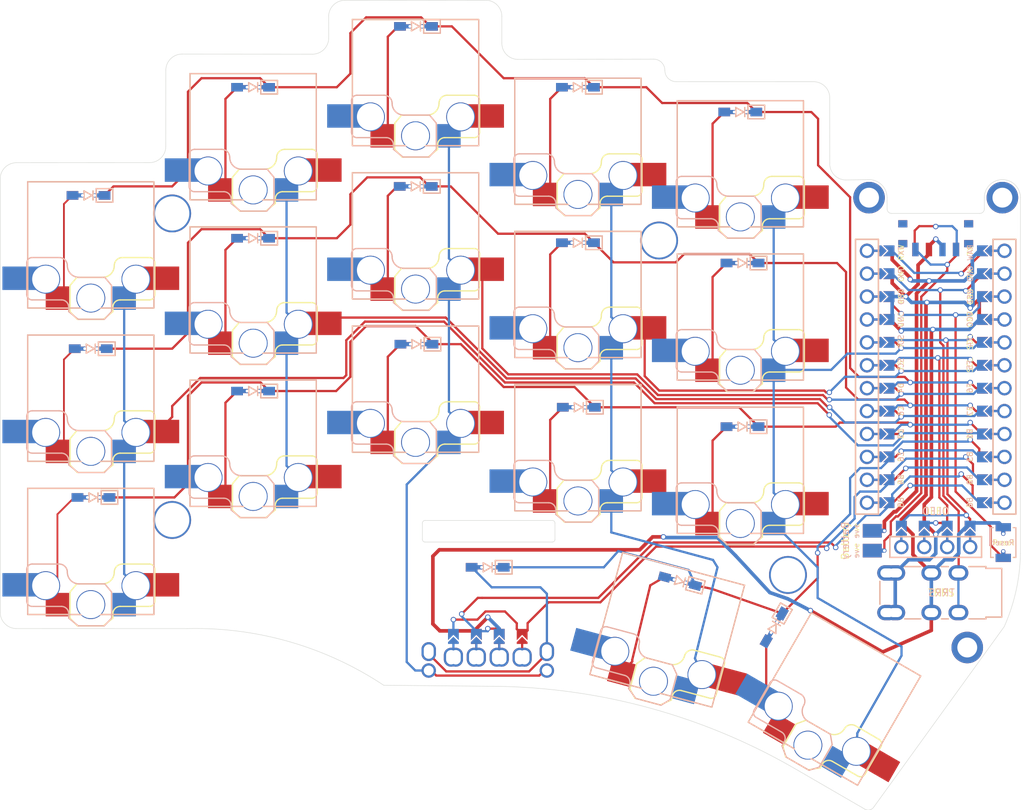
<source format=kicad_pcb>
(kicad_pcb (version 20221018) (generator pcbnew)
  (title_block (title "ferris_sweep") (date "2023-08-12") (rev "0.1") (comment 1 "https://github.com/richardbendli/ferris_sweep_tweaked"))
  (layers (0 "F.Cu" signal) (31 "B.Cu" signal) (34 "B.Paste" user) (35 "F.Paste" user) (36 "B.SilkS" user "B.Silkscreen") (37 "F.SilkS" user "F.Silkscreen") (38 "B.Mask" user) (39 "F.Mask" user) (44 "Edge.Cuts" user))
  (net 0 "")
  (net 1 "raw")
  (net 2 "Net-(BT1-Pad2)")
  (net 3 "row0")
  (net 4 "GND")
  (net 5 "VCC")
  (net 6 "Net-(D2-A)")
  (net 7 "Net-(D3-A)")
  (net 8 "Net-(D4-A)")
  (net 9 "Net-(D5-A)")
  (net 10 "row1")
  (net 11 "Net-(D7-A)")
  (net 12 "data")
  (net 13 "reset")
  (net 14 "Net-(D8-A)")
  (net 15 "Net-(D9-A)")
  (net 16 "Net-(D10-A)")
  (net 17 "row2")
  (net 18 "Net-(D12-A)")
  (net 19 "Net-(D13-A)")
  (net 20 "Net-(D14-A)")
  (net 21 "Net-(D15-A)")
  (net 22 "Net-(D16-A)")
  (net 23 "row3")
  (net 24 "Net-(D17-A)")
  (net 25 "er0")
  (net 26 "col2")
  (net 27 "edb")
  (net 28 "eda")
  (net 29 "led")
  (net 30 "sda")
  (net 31 "sla")
  (net 32 "col0")
  (net 33 "col1")
  (net 34 "col3")
  (net 35 "col4")
  (net 36 "unconnected-(PSW1-C-Pad3)")
  (net 37 "unconnected-(U1-B6-Pad13)")
  (net 38 "unconnected-(U1-B2-Pad14)")
  (net 39 "unconnected-(U1-B3-Pad15)")
  (net 40 "Net-(D11-A)")
  (net 41 "Net-(D6-A)")
  (net 42 "Net-(D1-A)")
  (footprint "arkenswoop:M2_hole_4.2mm" (layer "F.Cu") (at 134.228545 86.75)
    (fp_text reference "H3" hide)
    (fp_text value "M2 Hole")
  )
  (footprint "arkenswoop:D3_SMD" (layer "F.Cu") (at 107.275 63 180)
    (fp_text reference "D3" hide)
    (fp_text value " 1N4148W" hide)
  )
  (footprint "arkenswoop:Kailh-pg1350-socket-reversible" (layer "F.Cu") (at 107.229546 103.239471)
    (fp_text reference "SW13" hide)
    (fp_text value "Choc" hide)
  )
  (footprint "arkenswoop:RollerEncoder" (layer "F.Cu") (at 115.235509 127.600624)
    (fp_text reference "EN2")
    (fp_text value "EVQWGD001" hide)
    (fp_line (start -7.248 -7.7) (end -7.248 -9.5) (stroke (width 0.05)) (layer "Edge.Cuts"))
    (fp_line (start -6.952 -7.4) (end 7.148 -7.4) (stroke (width 0.05)) (layer "Edge.Cuts"))
    (fp_line (start 7.148 -9.8) (end -6.948 -9.8) (stroke (width 0.05)) (layer "Edge.Cuts"))
    (fp_line (start 7.448 -7.7) (end 7.448 -9.5) (stroke (width 0.05)) (layer "Edge.Cuts"))
    (fp_arc (start -7.248 -9.5) (mid -7.160132 -9.712132) (end -6.948 -9.8) (stroke (width 0.05)) (layer "Edge.Cuts"))
    (fp_arc (start -6.948 -7.4) (mid -7.160132 -7.487868) (end -7.248 -7.7) (stroke (width 0.05)) (layer "Edge.Cuts"))
    (fp_arc (start 7.148 -9.8) (mid 7.360132 -9.712132) (end 7.448 -9.5) (stroke (width 0.05)) (layer "Edge.Cuts"))
    (fp_arc (start 7.448 -7.7) (mid 7.360132 -7.487868) (end 7.148 -7.4) (stroke (width 0.05)) (layer "Edge.Cuts"))
  )
  (footprint "arkenswoop:M2_hole_4.2mm" (layer "F.Cu") (at 80.25 83.75)
    (fp_text reference "H1" hide)
    (fp_text value "M2 Hole")
  )
  (footprint "arkenswoop:D3_SMD" (layer "F.Cu") (at 71.225 98.75 180)
    (fp_text reference "D6" hide)
    (fp_text value " 1N4148W" hide)
  )
  (footprint "arkenswoop:Kailh-pg1350-socket-reversible" (layer "F.Cu") (at 153.66651 137.618092 -30)
    (fp_text reference "SW17" hide)
    (fp_text value "Choc" hide)
  )
  (footprint "arkenswoop:Reset" (layer "F.Cu") (at 172.380034 120.252819 90)
    (fp_text reference "RSW1" hide)
    (fp_text value "Reset")
  )
  (footprint "arkenswoop:D3_SMD" (layer "F.Cu") (at 70.975 81.75 180)
    (fp_text reference "D1" hide)
    (fp_text value " 1N4148W" hide)
  )
  (footprint "arkenswoop:Power" (layer "F.Cu") (at 164.890258 86.000219 180)
    (fp_text reference "PSW1" hide)
    (fp_text value "Power")
  )
  (footprint "arkenswoop:Kailh-pg1350-socket-reversible" (layer "F.Cu") (at 71.229542 121.239972)
    (fp_text reference "SW11" hide)
    (fp_text value "Choc" hide)
  )
  (footprint "arkenswoop:D3_SMD" (layer "F.Cu") (at 143.475 107.4 180)
    (fp_text reference "D15" hide)
    (fp_text value " 1N4148W" hide)
  )
  (footprint "arkenswoop:M2_hole_3.5mm" (layer "F.Cu") (at 172.281378 81.999725)
    (fp_text reference "Ref**" hide)
    (fp_text value "Val**" hide)
  )
  (footprint "arkenswoop:Kailh-pg1350-socket-reversible" (layer "F.Cu") (at 125.228544 92.73947)
    (fp_text reference "SW9" hide)
    (fp_text value "Choc" hide)
  )
  (footprint "arkenswoop:D3_SMD" (layer "F.Cu") (at 125.225 69.75 180)
    (fp_text reference "D4" hide)
    (fp_text value " 1N4148W" hide)
  )
  (footprint "arkenswoop:D3_SMD" (layer "F.Cu") (at 107.25 80.75 180)
    (fp_text reference "D8" hide)
    (fp_text value " 1N4148W" hide)
  )
  (footprint "arkenswoop:D3_SMD" (layer "F.Cu") (at 125.225 87 180)
    (fp_text reference "D9" hide)
    (fp_text value " 1N4148W" hide)
  )
  (footprint "arkenswoop:M2_hole_3.5mm" (layer "F.Cu") (at 157.500056 82.000182)
    (fp_text reference "Ref**" hide)
    (fp_text value "Val**" hide)
  )
  (footprint "arkenswoop:D3_SMD" (layer "F.Cu") (at 143.225 72.5 180)
    (fp_text reference "D5" hide)
    (fp_text value " 1N4148W" hide)
  )
  (footprint "arkenswoop:Kailh-pg1350-socket-reversible" (layer "F.Cu") (at 143.229546 95.239475)
    (fp_text reference "SW10" hide)
    (fp_text value "Choc" hide)
  )
  (footprint "arkenswoop:ProMicro_jumpers" (layer "F.Cu") (at 164.890259 101.863222)
    (fp_text reference "U1" hide)
    (fp_text value "ProMicro")
  )
  (footprint "arkenswoop:Kailh-pg1350-socket-reversible" (layer "F.Cu") (at 71.229542 87.239972)
    (fp_text reference "SW1" hide)
    (fp_text value "Choc" hide)
  )
  (footprint "arkenswoop:D3_SMD" (layer "F.Cu") (at 71.525 115.25 180)
    (fp_text reference "D11" hide)
    (fp_text value " 1N4148W" hide)
  )
  (footprint "arkenswoop:Kailh-pg1350-socket-reversible" (layer "F.Cu") (at 89.229547 109.239974)
    (fp_text reference "SW12" hide)
    (fp_text value "Choc" hide)
  )
  (footprint "arkenswoop:TRRS-3pin" (layer "F.Cu") (at 170.604707 125.82492 -90)
    (fp_text reference "J1")
    (fp_text value "TRRS" hide)
  )
  (footprint "arkenswoop:Kailh-pg1350-socket-reversible" (layer "F.Cu") (at 107.229543 69.239473)
    (fp_text reference "SW3" hide)
    (fp_text value "Choc" hide)
  )
  (footprint "arkenswoop:Kailh-pg1350-socket-reversible" (layer "F.Cu") (at 143.229546 78.239472)
    (fp_text reference "SW5" hide)
    (fp_text value "Choc" hide)
  )
  (footprint "arkenswoop:Kailh-pg1350-socket-reversible" (layer "F.Cu") (at 71.229542 104.239972)
    (fp_text reference "SW6" hide)
    (fp_text value "Choc" hide)
  )
  (footprint "arkenswoop:M2_hole_3.5mm" (layer "F.Cu") (at 168.386407 131.897959)
    (fp_text reference "Ref**" hide)
    (fp_text value "Val**" hide)
  )
  (footprint "arkenswoop:OLED_jumpers" (layer "F.Cu") (at 161.080438 120.752911)
    (fp_text reference "O1" hide)
    (fp_text value "OLED")
  )
  (footprint "arkenswoop:Kailh-pg1350-socket-reversible" (layer "F.Cu") (at 125.228544 109.739471)
    (fp_text reference "SW14" hide)
    (fp_text value "Choc" hide)
  )
  (footprint "arkenswoop:D3_SMD" (layer "F.Cu") (at 125.3254 105.25 180)
    (fp_text reference "D14" hide)
    (fp_text value " 1N4148W" hide)
  )
  (footprint "arkenswoop:D3_SMD" (layer "F.Cu") (at 115.225 123 180)
    (fp_text reference "ED1" hide)
    (fp_text value " 1N4148W" hide)
  )
  (footprint "arkenswoop:Kailh-pg1350-socket-reversible" (layer "F.Cu") (at 89.229547 92.239968)
    (fp_text reference "SW7" hide)
    (fp_text value "Choc" hide)
  )
  (footprint "arkenswoop:Kailh-pg1350-socket-reversible" (layer "F.Cu") (at 125.228547 75.739475)
    (fp_text reference "SW4" hide)
    (fp_text value "Choc" hide)
  )
  (footprint "arkenswoop:D3_SMD" (layer "F.Cu") (at 89.225 86.5 180)
    (fp_text reference "D7" hide)
    (fp_text value " 1N4148W" hide)
  )
  (footprint "arkenswoop:D3_SMD" (layer "F.Cu") (at 89.225 103.45 180)
    (fp_text reference "D12" hide)
    (fp_text value " 1N4148W" hide)
  )
  (footprint "arkenswoop:M2_hole_4.2mm" (layer "F.Cu") (at 80.25 117.75)
    (fp_text reference "H2" hide)
    (fp_text value "M2 Hole")
  )
  (footprint "arkenswoop:Kailh-pg1350-socket-reversible" (layer "F.Cu") (at 135.128587 129.939172 -15)
    (fp_text reference "SW16" hide)
    (fp_text value "Choc" hide)
  )
  (footprint "arkenswoop:Kailh-pg1350-socket-reversible" (layer "F.Cu") (at 107.229546 86.23947)
    (fp_text reference "SW8" hide)
    (fp_text value "Choc" hide)
  )
  (footprint "arkenswoop:D3_SMD" (layer "F.Cu") (at 107.3254 98.25 180)
    (fp_text reference "D13" hide)
    (fp_text value " 1N4148W" hide)
  )
  (footprint "arkenswoop:Battery_pads_reversible" (layer "F.Cu") (at 157.857431 120.051406 -90)
    (fp_text reference "BT1" hide)
    (fp_text value "Battery")
  )
  (footprint "arkenswoop:M2_hole_4.2mm" (layer "F.Cu") (at 148.510701 123.849903)
    (fp_text reference "H4" hide)
    (fp_text value "M2 Hole")
  )
  (footprint "arkenswoop:D3_SMD" (layer "F.Cu") (at 89.225 69.75 180)
    (fp_text reference "D2" hide)
    (fp_text value " 1N4148W" hide)
  )
  (footprint "arkenswoop:D3_SMD" (layer "F.Cu") (at 146.9875 129.662805 -120)
    (fp_text reference "D17" hide)
    (fp_text value " 1N4148W" hide)
  )
  (footprint "arkenswoop:D3_SMD" (layer "F.Cu") (at 136.535482 124.540596 165)
    (fp_text reference "D16" hide)
    (fp_text value " 1N4148W" hide)
  )
  (footprint "arkenswoop:Kailh-pg1350-socket-reversible" (layer "F.Cu") (at 143.229549 112.239469)
    (fp_text reference "SW15" hide)
    (fp_text value "Choc" hide)
  )
  (footprint "arkenswoop:D3_SMD" (layer "F.Cu") (at 143.475 89.25 180)
    (fp_text reference "D10" hide)
    (fp_text value " 1N4148W" hide)
  )
  (footprint "arkenswoop:Kailh-pg1350-socket-reversible" (layer "F.Cu") (at 89.229545 75.239973)
    (fp_text reference "SW2" hide)
    (fp_text value "Choc" hide)
  )
  (gr_line (start 61.188833 79.86901) (end 61.188833 127.991349) (stroke (width 0.05)) (layer "Edge.Cuts"))
  (gr_line (start 153.15 78.15) (end 153.145111 70.933883) (stroke (width 0.05)) (layer "Edge.Cuts"))
  (gr_line (start 174.281315 81.999689) (end 174.281568 121.466832) (stroke (width 0.05)) (layer "Edge.Cuts"))
  (gr_arc (start 172.281326 79.999547) (mid 173.695547 80.585425) (end 174.281315 81.999689) (stroke (width 0.05)) (layer "Edge.Cuts"))
  (gr_line (start 133.616117 66.633883) (end 118.540222 66.661837) (stroke (width 0.05)) (layer "Edge.Cuts"))
  (gr_line (start 116.795111 61.894135) (end 116.795111 64.867702) (stroke (width 0.05)) (layer "Edge.Cuts"))
  (gr_line (start 115.05 60.1) (end 99.389516 60.11343) (stroke (width 0.05)) (layer "Edge.Cuts"))
  (gr_arc (start 133.616117 66.633883) (mid 134.5 67) (end 134.866117 67.883883) (stroke (width 0.05)) (layer "Edge.Cuts"))
  (gr_arc (start 136.116117 69.133883) (mid 135.232234 68.767766) (end 134.866117 67.883883) (stroke (width 0.05)) (layer "Edge.Cuts"))
  (gr_line (start 79.547715 67.826168) (end 79.543548 76.357158) (stroke (width 0.05)) (layer "Edge.Cuts"))
  (gr_arc (start 97.595381 61.858541) (mid 98.138076 60.621651) (end 99.389516 60.11343) (stroke (width 0.05)) (layer "Edge.Cuts"))
  (gr_arc (start 170.281014 83.249463) (mid 170.134575 83.603043) (end 169.781008 83.749464) (stroke (width 0.05)) (layer "Edge.Cuts"))
  (gr_line (start 115.235769 136.194832) (end 103.694979 136.082549) (stroke (width 0.05)) (layer "Edge.Cuts"))
  (gr_line (start 77.745029 78.114927) (end 62.983651 78.123526) (stroke (width 0.05)) (layer "Edge.Cuts"))
  (gr_line (start 170.281014 83.249463) (end 170.28119 81.999538) (stroke (width 0.05)) (layer "Edge.Cuts"))
  (gr_line (start 81.9 129.8) (end 62.944009 129.795833) (stroke (width 0.05)) (layer "Edge.Cuts"))
  (gr_line (start 157.030886 149.825076) (end 149.229607 145.303912) (stroke (width 0.05)) (layer "Edge.Cuts"))
  (gr_arc (start 115.05 60.1) (mid 116.286898 60.642691) (end 116.795111 61.894135) (stroke (width 0.05)) (layer "Edge.Cuts"))
  (gr_line (start 154.887029 80.037186) (end 157.5 80) (stroke (width 0.05)) (layer "Edge.Cuts"))
  (gr_arc (start 157.5 80) (mid 158.914216 80.585869) (end 159.499984 82.000133) (stroke (width 0.05)) (layer "Edge.Cuts"))
  (gr_arc (start 151.4 69.139748) (mid 152.63689 69.682443) (end 153.145111 70.933883) (stroke (width 0.05)) (layer "Edge.Cuts"))
  (gr_arc (start 174.281567 121.466832) (mid 173.789865 125.619716) (end 172.48064 129.591384) (stroke (width 0.05)) (layer "Edge.Cuts"))
  (gr_line (start 151.4 69.139748) (end 136.116117 69.133883) (stroke (width 0.05)) (layer "Edge.Cuts"))
  (gr_arc (start 79.543548 76.357158) (mid 79.000006 77.600024) (end 77.745029 78.114927) (stroke (width 0.05)) (layer "Edge.Cuts"))
  (gr_arc (start 115.235769 136.194832) (mid 132.832334 138.511576) (end 149.229607 145.303912) (stroke (width 0.05)) (layer "Edge.Cuts"))
  (gr_line (start 159.499984 82.000133) (end 159.500165 83.250065) (stroke (width 0.05)) (layer "Edge.Cuts"))
  (gr_arc (start 158.055405 149.550557) (mid 157.600001 149.900002) (end 157.030886 149.825076) (stroke (width 0.05)) (layer "Edge.Cuts"))
  (gr_arc (start 160.000164 83.750068) (mid 159.646629 83.603612) (end 159.500165 83.250065) (stroke (width 0.05)) (layer "Edge.Cuts"))
  (gr_arc (start 61.188834 79.86901) (mid 61.73183 78.631838) (end 62.983651 78.123526) (stroke (width 0.05)) (layer "Edge.Cuts"))
  (gr_arc (start 81.9 129.8) (mid 93.2811 131.263566) (end 103.694979 136.082549) (stroke (width 0.05)) (layer "Edge.Cuts"))
  (gr_arc (start 170.28119 81.999538) (mid 170.867035 80.585273) (end 172.281326 79.999547) (stroke (width 0.05)) (layer "Edge.Cuts"))
  (gr_arc (start 97.6 64.338143) (mid 97.057294 65.575) (end 95.805865 66.083254) (stroke (width 0.05)) (layer "Edge.Cuts"))
  (gr_line (start 97.595381 61.858541) (end 97.6 64.338143) (stroke (width 0.05)) (layer "Edge.Cuts"))
  (gr_line (start 158.055405 149.550557) (end 172.48064 129.591384) (stroke (width 0.05)) (layer "Edge.Cuts"))
  (gr_arc (start 118.540222 66.661837) (mid 117.303351 66.119136) (end 116.795111 64.867702) (stroke (width 0.05)) (layer "Edge.Cuts"))
  (gr_line (start 95.805865 66.083254) (end 81.352199 66.070992) (stroke (width 0.05)) (layer "Edge.Cuts"))
  (gr_arc (start 154.887029 80.037186) (mid 153.620088 79.460331) (end 153.15 78.15) (stroke (width 0.05)) (layer "Edge.Cuts"))
  (gr_arc (start 62.944009 129.795833) (mid 61.7 129.25) (end 61.188833 127.991349) (stroke (width 0.05)) (layer "Edge.Cuts"))
  (gr_line (start 160.000164 83.750068) (end 169.781008 83.749464) (stroke (width 0.05)) (layer "Edge.Cuts"))
  (gr_arc (start 79.547715 67.826168) (mid 80.093555 66.582164) (end 81.352199 66.070992) (stroke (width 0.05)) (layer "Edge.Cuts"))
  (segment (start 162.763772 114.548714) (end 160.479742 116.83274) (width 0.4) (layer "F.Cu") (net 1))
  (segment (start 164.150941 91.234385) (end 162.763773 92.621556) (width 0.4) (layer "F.Cu") (net 1))
  (segment (start 164.150941 91.232744) (end 164.150941 91.234385) (width 0.4) (layer "F.Cu") (net 1))
  (segment (start 160.479742 116.83274) (end 160.273087 116.832745) (width 0.4) (layer "F.Cu") (net 1))
  (segment (start 160.064268 88.888668) (end 160.064268 87.893222) (width 0.4) (layer "F.Cu") (net 1))
  (segment (start 162.06426 90.88866) (end 160.064268 88.888668) (width 0.4) (layer "F.Cu") (net 1))
  (segment (start 164.150941 91.234391) (end 164.150941 91.232744) (width 0.4) (layer "F.Cu") (net 1))
  (segment (start 162.763773 92.621556) (end 162.763772 114.548714) (width 0.4) (layer "F.Cu") (net 1))
  (segment (start 160.273087 116.832745) (end 159.19903 117.9068) (width 0.4) (layer "F.Cu") (net 1))
  (segment (start 159.19903 117.9068) (end 159.199032 118.951007) (width 0.4) (layer "F.Cu") (net 1))
  (segment (start 162.06426 91.068224) (end 162.06426 90.88866) (width 0.4) (layer "F.Cu") (net 1))
  (via (at 162.06426 91.068224) (size 0.6) (drill 0.4) (layers "F.Cu" "B.Cu") (net 1))
  (via (at 164.150941 91.232744) (size 0.6) (drill 0.4) (layers "F.Cu" "B.Cu") (net 1))
  (segment (start 164.150941 91.232744) (end 162.228778 91.232745) (width 0.4) (layer "B.Cu") (net 1))
  (segment (start 162.228778 91.232745) (end 162.06426 91.068224) (width 0.4) (layer "B.Cu") (net 1))
  (segment (start 168.950164 88.659323) (end 169.716269 87.89322) (width 0.4) (layer "B.Cu") (net 1))
  (segment (start 168.950158 90.335064) (end 168.950164 88.659323) (width 0.4) (layer "B.Cu") (net 1))
  (segment (start 168.052499 91.232736) (end 168.950158 90.335064) (width 0.4) (layer "B.Cu") (net 1))
  (segment (start 168.052499 91.232736) (end 164.150941 91.232744) (width 0.4) (layer "B.Cu") (net 1))
  (segment (start 159.911517 119.346343) (end 159.199032 120.058829) (width 0.25) (layer "F.Cu") (net 2))
  (segment (start 160.493142 117.357269) (end 160.490348 117.357269) (width 0.25) (layer "F.Cu") (net 2))
  (segment (start 163.288291 92.991392) (end 163.288292 114.765975) (width 0.25) (layer "F.Cu") (net 2))
  (segment (start 166.17043 89.423077) (end 166.17043 90.109252) (width 0.25) (layer "F.Cu") (net 2))
  (segment (start 160.490348 117.357269) (end 159.911517 117.9361) (width 0.25) (layer "F.Cu") (net 2))
  (segment (start 160.493142 117.35726) (end 160.493142 117.357269) (width 0.25) (layer "F.Cu") (net 2))
  (segment (start 159.911517 117.9361) (end 159.911517 119.346343) (width 0.25) (layer "F.Cu") (net 2))
  (segment (start 166.17043 90.109252) (end 163.288291 92.991392) (width 0.25) (layer "F.Cu") (net 2))
  (segment (start 160.69701 117.357261) (end 160.493142 117.35726) (width 0.25) (layer "F.Cu") (net 2))
  (segment (start 159.199032 120.058829) (end 159.19903 121.151406) (width 0.25) (layer "F.Cu") (net 2))
  (segment (start 167.148746 88.444757) (end 166.17043 89.423077) (width 0.25) (layer "F.Cu") (net 2))
  (segment (start 163.288292 114.765975) (end 160.69701 117.357261) (width 0.25) (layer "F.Cu") (net 2))
  (segment (start 167.148744 87.750031) (end 167.148746 88.444757) (width 0.25) (layer "F.Cu") (net 2))
  (via (at 166.17043 89.423077) (size 0.6) (drill 0.4) (layers "F.Cu" "B.Cu") (net 2))
  (segment (start 164.321777 89.423066) (end 166.17043 89.423077) (width 0.25) (layer "B.Cu") (net 2))
  (segment (start 162.648739 87.750031) (end 164.321777 89.423066) (width 0.25) (layer "B.Cu") (net 2))
  (segment (start 151.85 73.25) (end 151.85 78.4) (width 0.25) (layer "F.Cu") (net 3))
  (segment (start 91 69.75) (end 98.5 69.75) (width 0.25) (layer "F.Cu") (net 3))
  (segment (start 83.5 68.75) (end 90 68.75) (width 0.25) (layer "F.Cu") (net 3))
  (segment (start 126 68.75) (end 127 69.75) (width 0.25) (layer "F.Cu") (net 3))
  (segment (start 169.351266 103.133227) (end 168.716265 102.49822) (width 0.25) (layer "F.Cu") (net 3))
  (segment (start 82 70.25) (end 83.5 68.75) (width 0.25) (layer "F.Cu") (net 3))
  (segment (start 100 68.25) (end 100 63.75) (width 0.25) (layer "F.Cu") (net 3))
  (segment (start 152.925285 79.475285) (end 155.4 81.95) (width 0.25) (layer "F.Cu") (net 3))
  (segment (start 111.25 63) (end 117 68.75) (width 0.25) (layer "F.Cu") (net 3))
  (segment (start 90 68.75) (end 91 69.75) (width 0.25) (layer "F.Cu") (net 3))
  (segment (start 161.444359 101.87831) (end 162.064272 102.498223) (width 0.25) (layer "F.Cu") (net 3))
  (segment (start 156.37831 101.87831) (end 161.444359 101.87831) (width 0.25) (layer "F.Cu") (net 3))
  (segment (start 117 68.75) (end 126 68.75) (width 0.25) (layer "F.Cu") (net 3))
  (segment (start 72.75 81.75) (end 73.75 80.75) (width 0.25) (layer "F.Cu") (net 3))
  (segment (start 108.8504 63) (end 111.25 63) (width 0.25) (layer "F.Cu") (net 3))
  (segment (start 107.8504 62) (end 108.8504 63) (width 0.25) (layer "F.Cu") (net 3))
  (segment (start 155.4 81.95) (end 155.4 100.9) (width 0.25) (layer "F.Cu") (net 3))
  (segment (start 145 72.5) (end 151.1 72.5) (width 0.25) (layer "F.Cu") (net 3))
  (segment (start 134.561957 71.5) (end 144 71.5) (width 0.25) (layer "F.Cu") (net 3))
  (segment (start 144 71.5) (end 145 72.5) (width 0.25) (layer "F.Cu") (net 3))
  (segment (start 100 63.75) (end 101.75 62) (width 0.25) (layer "F.Cu") (net 3))
  (segment (start 101.75 62) (end 107.8504 62) (width 0.25) (layer "F.Cu") (net 3))
  (segment (start 132.811957 69.75) (end 134.561957 71.5) (width 0.25) (layer "F.Cu") (net 3))
  (segment (start 80.25 80.75) (end 82 79) (width 0.25) (layer "F.Cu") (net 3))
  (segment (start 155.4 100.9) (end 156.37831 101.87831) (width 0.25) (layer "F.Cu") (net 3))
  (segment (start 73.75 80.75) (end 80.25 80.75) (width 0.25) (layer "F.Cu") (net 3))
  (segment (start 169.716266 103.133229) (end 169.351266 103.133227) (width 0.25) (layer "F.Cu") (net 3))
  (segment (start 82 79) (end 82 70.25) (width 0.25) (layer "F.Cu") (net 3))
  (segment (start 127 69.75) (end 132.811957 69.75) (width 0.25) (layer "F.Cu") (net 3))
  (segment (start 151.1 72.5) (end 151.85 73.25) (width 0.25) (layer "F.Cu") (net 3))
  (segment (start 98.5 69.75) (end 100 68.25) (width 0.25) (layer "F.Cu") (net 3))
  (segment (start 151.85 78.4) (end 152.925285 79.475285) (width 0.25) (layer "F.Cu") (net 3))
  (via (at 168.716265 102.49822) (size 0.6) (drill 0.4) (layers "F.Cu" "B.Cu") (net 3))
  (via (at 162.064272 102.498223) (size 0.6) (drill 0.4) (layers "F.Cu" "B.Cu") (net 3))
  (segment (start 168.716265 102.49822) (end 160.699259 102.498224) (width 0.25) (layer "B.Cu") (net 3))
  (segment (start 160.699259 102.498224) (end 160.064263 103.133227) (width 0.25) (layer "B.Cu") (net 3))
  (segment (start 169.716268 92.97322) (end 169.716261 95.51322) (width 0.4) (layer "F.Cu") (net 4))
  (segment (start 164.148749 88.254755) (end 162.93543 89.468066) (width 0.4) (layer "F.Cu") (net 4))
  (segment (start 133.512038 119.6255) (end 132.077538 121.06) (width 0.4) (layer "F.Cu") (net 4))
  (segment (start 132.077538 121.06) (end 109.86 121.06) (width 0.4) (layer "F.Cu") (net 4))
  (segment (start 164.148744 87.350041) (end 164.898752 86.60004) (width 0.4) (layer "F.Cu") (net 4))
  (segment (start 160.064265 91.473224) (end 161.564265 92.973223) (width 0.4) (layer "F.Cu") (net 4))
  (segment (start 164.148736 87.750035) (end 164.148749 88.254755) (width 0.4) (layer "F.Cu") (net 4))
  (segment (start 164.4 130) (end 164.404707 128.02492) (width 0.4) (layer "F.Cu") (net 4))
  (segment (start 109.86 121.06) (end 109.15 121.77) (width 0.4) (layer "F.Cu") (net 4))
  (segment (start 162.93542 91.602053) (end 161.564265 92.973223) (width 0.4) (layer "F.Cu") (net 4))
  (segment (start 162.93543 89.468066) (end 162.93542 91.602053) (width 0.4) (layer "F.Cu") (net 4))
  (segment (start 161.080432 118.078912) (end 162.36467 119.363149) (width 0.4) (layer "F.Cu") (net 4))
  (segment (start 159 132.4) (end 164.4 130) (width 0.4) (layer "F.Cu") (net 4))
  (segment (start 161.08043 117.715624) (end 163.812814 114.98324) (width 0.4) (layer "F.Cu") (net 4))
  (segment (start 113.719602 130.05) (end 115.235511 128.534091) (width 0.4) (layer "F.Cu") (net 4))
  (segment (start 161.080437 118.078912) (end 161.08043 117.715624) (width 0.4) (layer "F.Cu") (net 4))
  (segment (start 151.1 127.8) (end 151 127.8) (width 0.4) (layer "F.Cu") (net 4))
  (segment (start 109.15 129.28) (end 109.92 130.05) (width 0.4) (layer "F.Cu") (net 4))
  (segment (start 169.716271 93.243223) (end 168.716263 94.243233) (width 0.4) (layer "F.Cu") (net 4))
  (segment (start 163.812814 114.98324) (end 163.812815 93.718462) (width 0.4) (layer "F.Cu") (net 4))
  (segment (start 162.36467 119.363149) (end 162.364675 121.584888) (width 0.4) (layer "F.Cu") (net 4))
  (segment (start 169.716268 92.97322) (end 169.716271 93.243223) (width 0.4) (layer "F.Cu") (net 4))
  (segment (start 109.15 121.77) (end 109.15 129.28) (width 0.4) (layer "F.Cu") (net 4))
  (segment (start 151 127.8) (end 159 132.4) (width 0.4) (layer "F.Cu") (net 4))
  (segment (start 164.14875 87.750031) (end 164.148744 87.350041) (width 0.4) (layer "F.Cu") (net 4))
  (segment (start 163.812815 93.718462) (end 163.91279 93.618485) (width 0.4) (layer "F.Cu") (net 4))
  (segment (start 134.7 119.6255) (end 133.512038 119.6255) (width 0.4) (layer "F.Cu") (net 4))
  (segment (start 109.92 130.05) (end 113.719602 130.05) (width 0.4) (layer "F.Cu") (net 4))
  (segment (start 162.364675 121.584888) (end 164.404707 123.624919) (width 0.4) (layer "F.Cu") (net 4))
  (segment (start 160.06427 90.433231) (end 160.064265 91.473224) (width 0.4) (layer "F.Cu") (net 4))
  (via (at 168.716263 94.243233) (size 0.6) (drill 0.4) (layers "F.Cu" "B.Cu") (net 4))
  (via (at 164.898752 86.60004) (size 0.6) (drill 0.4) (layers "F.Cu" "B.Cu") (net 4))
  (via (at 115.235511 128.534091) (size 0.6) (drill 0.4) (layers "F.Cu" "B.Cu") (net 4))
  (via (at 134.7 119.6255) (size 0.6) (drill 0.4) (layers "F.Cu" "B.Cu") (net 4))
  (via (at 163.91279 93.618485) (size 0.6) (drill 0.4) (layers "F.Cu" "B.Cu") (net 4))
  (via (at 151 127.8) (size 0.6) (drill 0.4) (layers "F.Cu" "B.Cu") (net 4))
  (via (at 161.564265 92.973223) (size 0.6) (drill 0.4) (layers "F.Cu" "B.Cu") (net 4))
  (segment (start 166.725535 122.164156) (end 167.442676 121.447015) (width 0.4) (layer "B.Cu") (net 4))
  (segment (start 168.70043 118.078909) (end 171.906123 118.078909) (width 0.4) (layer "B.Cu") (net 4))
  (segment (start 161.564265 92.973223) (end 160.064273 92.973224) (width 0.4) (layer "B.Cu") (net 4))
  (segment (start 148.5 126.5) (end 146.5 125.8) (width 0.4) (layer "B.Cu") (net 4))
  (segment (start 160.064273 92.973224) (end 160.064273 95.513235) (width 0.4) (layer "B.Cu") (net 4))
  (segment (start 169.716263 90.433228) (end 169.015773 91.13371) (width 0.4) (layer "B.Cu") (net 4))
  (segment (start 169.015782 93.943716) (end 168.716263 94.243233) (width 0.4) (layer "B.Cu") (net 4))
  (segment (start 167.442676 121.447015) (end 167.44267 119.336672) (width 0.4) (layer "B.Cu") (net 4))
  (segment (start 146.5 125.8) (end 142.7 121.7) (width 0.4) (layer "B.Cu") (net 4))
  (segment (start 168.091523 93.618482) (end 168.716263 94.243233) (width 0.4) (layer "B.Cu") (net 4))
  (segment (start 165.648754 87.750044) (end 165.648747 87.350034) (width 0.4) (layer "B.Cu") (net 4))
  (segment (start 116.505514 129.804094) (end 115.235511 128.534091) (width 0.4) (layer "B.Cu") (net 4))
  (segment (start 134.7745 119.7) (end 134.7 119.6255) (width 0.4) (layer "B.Cu") (net 4))
  (segment (start 169.015773 91.13371) (end 169.015782 93.943716) (width 0.4) (layer "B.Cu") (net 4))
  (segment (start 165.865471 122.164156) (end 166.725535 122.164156) (width 0.4) (layer "B.Cu") (net 4))
  (segment (start 171.906123 118.078909) (end 172.380031 118.552819) (width 0.4) (layer "B.Cu") (net 4))
  (segment (start 142.7 121.7) (end 140.7 119.7) (width 0.4) (layer "B.Cu") (net 4))
  (segment (start 164.404707 123.624919) (end 165.865471 122.164156) (width 0.4) (layer "B.Cu") (net 4))
  (segment (start 140.7 119.7) (end 134.7745 119.7) (width 0.4) (layer "B.Cu") (net 4))
  (segment (start 151 127.8) (end 148.5 126.5) (width 0.4) (layer "B.Cu") (net 4))
  (segment (start 161.564265 92.973223) (end 162.209522 93.618484) (width 0.4) (layer "B.Cu") (net 4))
  (segment (start 164.404706 123.624915) (end 164.40471 128.02492) (width 0.4) (layer "B.Cu") (net 4))
  (segment (start 167.44267 119.336672) (end 168.70043 118.078909) (width 0.4) (layer "B.Cu") (net 4))
  (segment (start 165.648747 87.350034) (end 164.898752 86.60004) (width 0.4) (layer "B.Cu") (net 4))
  (segment (start 162.209522 93.618484) (end 168.091523 93.618482) (width 0.4) (layer "B.Cu") (net 4))
  (segment (start 164.412334 96.777352) (end 164.570972 96.61871) (width 0.4) (layer "F.Cu") (net 5))
  (segment (start 160.064273 95.513235) (end 160.064265 95.783225) (width 0.4) (layer "F.Cu") (net 5))
  (segment (start 164.412332 115.231574) (end 164.412334 96.777352) (width 0.4) (layer "F.Cu") (net 5))
  (segment (start 163.620434 116.023474) (end 164.412332 115.231574) (width 0.4) (layer "F.Cu") (net 5))
  (segment (start 163.628911 118.078909) (end 164.894673 119.344672) (width 0.4) (layer "F.Cu") (net 5))
  (segment (start 160.064265 95.783225) (end 161.064266 96.783226) (width 0.4) (layer "F.Cu") (net 5))
  (segment (start 163.620432 118.078913) (end 163.620434 116.023474) (width 0.4) (layer "F.Cu") (net 5))
  (via (at 164.570972 96.61871) (size 0.6) (drill 0.4) (layers "F.Cu" "B.Cu") (net 5))
  (via (at 164.894673 119.344672) (size 0.6) (drill 0.4) (layers "F.Cu" "B.Cu") (net 5))
  (via (at 161.064266 96.783226) (size 0.6) (drill 0.4) (layers "F.Cu" "B.Cu") (net 5))
  (segment (start 164.185526 122.164156) (end 161.865471 122.164156) (width 0.4) (layer "B.Cu") (net 5))
  (segment (start 169.716261 95.51322) (end 168.610766 96.618711) (width 0.4) (layer "B.Cu") (net 5))
  (segment (start 160.404711 123.624923) (end 160.404709 128.024917) (width 0.4) (layer "B.Cu") (net 5))
  (segment (start 164.570972 96.61871) (end 161.228784 96.618709) (width 0.4) (layer "B.Cu") (net 5))
  (segment (start 161.865471 122.164156) (end 160.404707 123.624919) (width 0.4) (layer "B.Cu") (net 5))
  (segment (start 168.610766 96.618711) (end 164.570972 96.61871) (width 0.4) (layer "B.Cu") (net 5))
  (segment (start 164.894673 119.344672) (end 164.894674 121.455008) (width 0.4) (layer "B.Cu") (net 5))
  (segment (start 164.894673 119.344672) (end 166.160432 118.078913) (width 0.4) (layer "B.Cu") (net 5))
  (segment (start 161.228784 96.618709) (end 161.064266 96.783226) (width 0.4) (layer "B.Cu") (net 5))
  (segment (start 164.894674 121.455008) (end 164.185526 122.164156) (width 0.4) (layer "B.Cu") (net 5))
  (segment (start 87.45 69.75) (end 86.154545 71.045455) (width 0.25) (layer "F.Cu") (net 6))
  (segment (start 86.154545 71.045455) (end 86.154545 80.514973) (width 0.25) (layer "F.Cu") (net 6))
  (segment (start 86.154545 80.514973) (end 85.529545 81.139973) (width 0.25) (layer "F.Cu") (net 6))
  (segment (start 105.3004 63) (end 104.154543 64.145857) (width 0.25) (layer "F.Cu") (net 7))
  (segment (start 104.154543 64.145857) (end 104.154543 74.514473) (width 0.25) (layer "F.Cu") (net 7))
  (segment (start 104.154543 74.514473) (end 103.529543 75.139473) (width 0.25) (layer "F.Cu") (net 7))
  (segment (start 122.153547 71.046453) (end 122.153547 81.014475) (width 0.25) (layer "F.Cu") (net 8))
  (segment (start 122.153547 81.014475) (end 121.528547 81.639475) (width 0.25) (layer "F.Cu") (net 8))
  (segment (start 123.45 69.75) (end 122.153547 71.046453) (width 0.25) (layer "F.Cu") (net 8))
  (segment (start 140.154546 83.514472) (end 139.529546 84.139472) (width 0.25) (layer "F.Cu") (net 9))
  (segment (start 141.45 72.5) (end 140.154546 73.795454) (width 0.25) (layer "F.Cu") (net 9))
  (segment (start 140.154546 73.795454) (end 140.154546 83.514472) (width 0.25) (layer "F.Cu") (net 9))
  (segment (start 169.716259 105.673222) (end 169.35127 105.673227) (width 0.25) (layer "F.Cu") (net 10))
  (segment (start 136.075 89.175) (end 137 88.25) (width 0.25) (layer "F.Cu") (net 10))
  (segment (start 154.95 103.057955) (end 154.95 90.25) (width 0.25) (layer "F.Cu") (net 10))
  (segment (start 73 98.75) (end 80.25 98.75) (width 0.25) (layer "F.Cu") (net 10))
  (segment (start 91 86.5) (end 98.5 86.5) (width 0.25) (layer "F.Cu") (net 10))
  (segment (start 101.875 79.75) (end 107.75 79.75) (width 0.25) (layer "F.Cu") (net 10))
  (segment (start 129.175 89.175) (end 136.075 89.175) (width 0.25) (layer "F.Cu") (net 10))
  (segment (start 144.25 88.25) (end 145.25 89.25) (width 0.25) (layer "F.Cu") (net 10))
  (segment (start 161.424353 104.39831) (end 156.290354 104.398309) (width 0.25) (layer "F.Cu") (net 10))
  (segment (start 154.95 90.25) (end 153.95 89.25) (width 0.25) (layer "F.Cu") (net 10))
  (segment (start 98.5 86.5) (end 100 85) (width 0.25) (layer "F.Cu") (net 10))
  (segment (start 82 87) (end 83.5 85.5) (width 0.25) (layer "F.Cu") (net 10))
  (segment (start 80.25 98.75) (end 82 97) (width 0.25) (layer "F.Cu") (net 10))
  (segment (start 82 97) (end 82 87) (width 0.25) (layer "F.Cu") (net 10))
  (segment (start 127 87) (end 129.175 89.175) (width 0.25) (layer "F.Cu") (net 10))
  (segment (start 100 85) (end 100 81.625) (width 0.25) (layer "F.Cu") (net 10))
  (segment (start 90 85.5) (end 91 86.5) (width 0.25) (layer "F.Cu") (net 10))
  (segment (start 126 86) (end 127 87) (width 0.25) (layer "F.Cu") (net 10))
  (segment (start 116.375 86) (end 126 86) (width 0.25) (layer "F.Cu") (net 10))
  (segment (start 137 88.25) (end 144.25 88.25) (width 0.25) (layer "F.Cu") (net 10))
  (segment (start 100 81.625) (end 101.875 79.75) (width 0.25) (layer "F.Cu") (net 10))
  (segment (start 156.290354 104.398309) (end 154.95 103.057955) (width 0.25) (layer "F.Cu") (net 10))
  (segment (start 109.025 80.75) (end 111.125 80.75) (width 0.25) (layer "F.Cu") (net 10))
  (segment (start 153.95 89.25) (end 145.25 89.25) (width 0.25) (layer "F.Cu") (net 10))
  (segment (start 162.064271 105.038229) (end 161.424353 104.39831) (width 0.25) (layer "F.Cu") (net 10))
  (segment (start 111.125 80.75) (end 116.375 86) (width 0.25) (layer "F.Cu") (net 10))
  (segment (start 107.75 79.75) (end 108.75 80.75) (width 0.25) (layer "F.Cu") (net 10))
  (segment (start 169.35127 105.673227) (end 168.716267 105.038227) (width 0.25) (layer "F.Cu") (net 10))
  (segment (start 83.5 85.5) (end 90 85.5) (width 0.25) (layer "F.Cu") (net 10))
  (via (at 162.064271 105.038229) (size 0.6) (drill 0.4) (layers "F.Cu" "B.Cu") (net 10))
  (via (at 168.716267 105.038227) (size 0.6) (drill 0.4) (layers "F.Cu" "B.Cu") (net 10))
  (segment (start 160.699268 105.038228) (end 160.06426 105.673223) (width 0.25) (layer "B.Cu") (net 10))
  (segment (start 168.716267 105.038227) (end 160.699268 105.038228) (width 0.25) (layer "B.Cu") (net 10))
  (segment (start 86.154547 97.514968) (end 85.529547 98.139968) (width 0.25) (layer "F.Cu") (net 11))
  (segment (start 86.154547 87.795453) (end 86.154547 97.514968) (width 0.25) (layer "F.Cu") (net 11))
  (segment (start 87.45 86.5) (end 86.154547 87.795453) (width 0.25) (layer "F.Cu") (net 11))
  (segment (start 168.216268 92.338225) (end 169.716269 90.838223) (width 0.25) (layer "F.Cu") (net 12))
  (segment (start 165.393221 92.250963) (end 165.393221 98.061907) (width 0.25) (layer "F.Cu") (net 12))
  (segment (start 167.434675 116.767726) (end 167.434675 123.594951) (width 0.25) (layer "F.Cu") (net 12))
  (segment (start 165.393221 98.061907) (end 165.743191 98.411883) (width 0.25) (layer "F.Cu") (net 12))
  (segment (start 165.74319 115.076246) (end 167.434675 116.767726) (width 0.25) (layer "F.Cu") (net 12))
  (segment (start 165.743191 98.411883) (end 165.74319 115.076246) (width 0.25) (layer "F.Cu") (net 12))
  (segment (start 167.434675 123.594951) (end 167.404707 123.624919) (width 0.25) (layer "F.Cu") (net 12))
  (segment (start 169.716269 90.838223) (end 169.716263 90.433228) (width 0.25) (layer "F.Cu") (net 12))
  (segment (start 165.390969 92.248714) (end 165.393221 92.250963) (width 0.25) (layer "F.Cu") (net 12))
  (via (at 165.390969 92.248714) (size 0.6) (drill 0.4) (layers "F.Cu" "B.Cu") (net 12))
  (via (at 168.216268 92.338225) (size 0.6) (drill 0.4) (layers "F.Cu" "B.Cu") (net 12))
  (segment (start 167.404703 123.624918) (end 167.404705 128.024921) (width 0.25) (layer "B.Cu") (net 12))
  (segment (start 168.126753 92.248714) (end 165.390969 92.248714) (width 0.25) (layer "B.Cu") (net 12))
  (segment (start 165.390969 92.248714) (end 161.879758 92.248719) (width 0.25) (layer "B.Cu") (net 12))
  (segment (start 161.879758 92.248719) (end 160.06427 90.433231) (width 0.25) (layer "B.Cu") (net 12))
  (segment (start 168.216268 92.338225) (end 168.126753 92.248714) (width 0.25) (layer "B.Cu") (net 12))
  (segment (start 172.380033 121.952823) (end 170.992668 120.565466) (width 0.25) (layer "F.Cu") (net 13))
  (segment (start 167.091751 114.596151) (end 167.091751 95.007932) (width 0.25) (layer "F.Cu") (net 13))
  (segment (start 160.064273 92.973224) (end 160.064261 93.878232) (width 0.25) (layer "F.Cu") (net 13))
  (segment (start 167.091751 95.007932) (end 167.09467 95.005009) (width 0.25) (layer "F.Cu") (net 13))
  (segment (start 170.992668 120.565466) (end 170.992668 118.497068) (width 0.25) (layer "F.Cu") (net 13))
  (segment (start 170.992668 118.497068) (end 167.091751 114.596151) (width 0.25) (layer "F.Cu") (net 13))
  (segment (start 160.064261 93.878232) (end 161.064264 94.878218) (width 0.25) (layer "F.Cu") (net 13))
  (via (at 161.064264 94.878218) (size 0.6) (drill 0.4) (layers "F.Cu" "B.Cu") (net 13))
  (via (at 167.09467 95.005009) (size 0.6) (drill 0.4) (layers "F.Cu" "B.Cu") (net 13))
  (segment (start 169.716261 94.129509) (end 169.716261 92.97322) (width 0.25) (layer "B.Cu") (net 13))
  (segment (start 161.064264 94.878218) (end 161.153776 94.967734) (width 0.25) (layer "B.Cu") (net 13))
  (segment (start 167.09467 95.005009) (end 168.840761 95.005009) (width 0.25) (layer "B.Cu") (net 13))
  (segment (start 168.840761 95.005009) (end 169.716261 94.129509) (width 0.25) (layer "B.Cu") (net 13))
  (segment (start 167.09467 95.005009) (end 161.194673 95.005011) (width 0.25) (layer "B.Cu") (net 13))
  (segment (start 104.154546 91.51447) (end 103.529546 92.13947) (width 0.25) (layer "F.Cu") (net 14))
  (segment (start 105.2 80.75) (end 104.154546 81.795454) (width 0.25) (layer "F.Cu") (net 14))
  (segment (start 104.154546 81.795454) (end 104.154546 91.51447) (width 0.25) (layer "F.Cu") (net 14))
  (segment (start 123.45 87) (end 122.153544 88.296456) (width 0.25) (layer "F.Cu") (net 15))
  (segment (start 122.153544 88.296456) (end 122.153544 98.01447) (width 0.25) (layer "F.Cu") (net 15))
  (segment (start 122.153544 98.01447) (end 121.528544 98.63947) (width 0.25) (layer "F.Cu") (net 15))
  (segment (start 141.7 89.25) (end 140.154546 90.795454) (width 0.25) (layer "F.Cu") (net 16))
  (segment (start 140.154546 90.795454) (end 140.154546 100.514475) (width 0.25) (layer "F.Cu") (net 16))
  (segment (start 140.154546 100.514475) (end 139.529546 101.139475) (width 0.25) (layer "F.Cu") (net 16))
  (segment (start 161.826865 106.95) (end 154.25 106.95) (width 0.25) (layer "F.Cu") (net 17))
  (segment (start 112.25 98.25) (end 117 103) (width 0.25) (layer "F.Cu") (net 17))
  (segment (start 82 113.75) (end 82 104) (width 0.25) (layer "F.Cu") (net 17))
  (segment (start 82 104) (end 83.5 102.5) (width 0.25) (layer "F.Cu") (net 17))
  (segment (start 124.8504 103) (end 127.1004 105.25) (width 0.25) (layer "F.Cu") (net 17))
  (segment (start 154.25 106.95) (end 153.8 107.4) (width 0.25) (layer "F.Cu") (net 17))
  (segment (start 80.5 115.25) (end 82 113.75) (width 0.25) (layer "F.Cu") (net 17))
  (segment (start 100 101.875) (end 100 98) (width 0.25) (layer "F.Cu") (net 17))
  (segment (start 143.1 105.25) (end 145.25 107.4) (width 0.25) (layer "F.Cu") (net 17))
  (segment (start 169.716266 108.213222) (end 169.716264 107.943227) (width 0.25) (layer "F.Cu") (net 17))
  (segment (start 90.05 102.5) (end 91 103.45) (width 0.25) (layer "F.Cu") (net 17))
  (segment (start 91 103.45) (end 98.425 103.45) (width 0.25) (layer "F.Cu") (net 17))
  (segment (start 83.5 102.5) (end 90.05 102.5) (width 0.25) (layer "F.Cu") (net 17))
  (segment (start 127.1004 105.25) (end 143.1 105.25) (width 0.25) (layer "F.Cu") (net 17))
  (segment (start 169.716264 107.943227) (end 168.716262 106.943229) (width 0.25) (layer "F.Cu") (net 17))
  (segment (start 100 98) (end 101.75 96.25) (width 0.25) (layer "F.Cu") (net 17))
  (segment (start 117 103) (end 124.8504 103) (width 0.25) (layer "F.Cu") (net 17))
  (segment (start 98.425 103.45) (end 100 101.875) (width 0.25) (layer "F.Cu") (net 17))
  (segment (start 153.8 107.4) (end 145.25 107.4) (width 0.25) (layer "F.Cu") (net 17))
  (segment (start 162.064272 107.187407) (end 161.826865 106.95) (width 0.25) (layer "F.Cu") (net 17))
  (segment (start 107.25 96.25) (end 109.25 98.25) (width 0.25) (layer "F.Cu") (net 17))
  (segment (start 73.3 115.25) (end 80.5 115.25) (width 0.25) (layer "F.Cu") (net 17))
  (segment (start 101.75 96.25) (end 107.25 96.25) (width 0.25) (layer "F.Cu") (net 17))
  (segment (start 109.25 98.25) (end 112.25 98.25) (width 0.25) (layer "F.Cu") (net 17))
  (via (at 162.064272 107.187407) (size 0.6) (drill 0.4) (layers "F.Cu" "B.Cu") (net 17))
  (via (at 168.716262 106.943229) (size 0.6) (drill 0.4) (layers "F.Cu" "B.Cu") (net 17))
  (segment (start 168.47208 107.187414) (end 168.716262 106.943229) (width 0.25) (layer "B.Cu") (net 17))
  (segment (start 160.064273 108.213222) (end 160.064267 108.188616) (width 0.25) (layer "B.Cu") (net 17))
  (segment (start 161.065469 107.187407) (end 168.47208 107.187414) (width 0.25) (layer "B.Cu") (net 17))
  (segment (start 160.064267 108.188616) (end 161.065469 107.187407) (width 0.25) (layer "B.Cu") (net 17))
  (segment (start 86.154547 114.514974) (end 85.529547 115.139974) (width 0.25) (layer "F.Cu") (net 18))
  (segment (start 87.45 103.45) (end 86.154547 104.745453) (width 0.25) (layer "F.Cu") (net 18))
  (segment (start 86.154547 104.745453) (end 86.154547 114.514974) (width 0.25) (layer "F.Cu") (net 18))
  (segment (start 104.154546 108.514471) (end 103.529546 109.139471) (width 0.25) (layer "F.Cu") (net 19))
  (segment (start 104.154546 99.645854) (end 104.154546 108.514471) (width 0.25) (layer "F.Cu") (net 19))
  (segment (start 105.5504 98.25) (end 104.154546 99.645854) (width 0.25) (layer "F.Cu") (net 19))
  (segment (start 123.5504 105.25) (end 122.153544 106.646856) (width 0.25) (layer "F.Cu") (net 20))
  (segment (start 122.153544 115.014471) (end 121.528544 115.639471) (width 0.25) (layer "F.Cu") (net 20))
  (segment (start 122.153544 106.646856) (end 122.153544 115.014471) (width 0.25) (layer "F.Cu") (net 20))
  (segment (start 140.154549 108.945451) (end 140.154549 117.514469) (width 0.25) (layer "F.Cu") (net 21))
  (segment (start 141.7 107.4) (end 140.154549 108.945451) (width 0.25) (layer "F.Cu") (net 21))
  (segment (start 140.154549 117.514469) (end 139.529549 118.139469) (width 0.25) (layer "F.Cu") (net 21))
  (segment (start 131.25 133.25) (end 131.25 133.458133) (width 0.25) (layer "F.Cu") (net 22))
  (segment (start 131.25 133.458133) (end 130.027629 134.680504) (width 0.25) (layer "F.Cu") (net 22))
  (segment (start 134.820964 124.081192) (end 133.25 125) (width 0.25) (layer "F.Cu") (net 22))
  (segment (start 133.25 125) (end 131.25 133.25) (width 0.25) (layer "F.Cu") (net 22))
  (segment (start 169.716263 110.753228) (end 169.716271 109.848229) (width 0.25) (layer "F.Cu") (net 23))
  (segment (start 140.1 125.4) (end 147.875 128.12561) (width 0.25) (layer "F.Cu") (net 23))
  (segment (start 151.8 124.20061) (end 151.8 121.4) (width 0.25) (layer "F.Cu") (net 23))
  (segment (start 147.875 128.12561) (end 151.8 124.20061) (width 0.25) (layer "F.Cu") (net 23))
  (segment (start 169.716271 109.848229) (end 168.716267 108.848231) (width 0.25) (layer "F.Cu") (net 23))
  (segment (start 138.25 125) (end 140.1 125.4) (width 0.25) (layer "F.Cu") (net 23))
  (via (at 168.716267 108.848231) (size 0.6) (drill 0.4) (layers "F.Cu" "B.Cu") (net 23))
  (via (at 151.8 121.4) (size 0.6) (drill 0.4) (layers "F.Cu" "B.Cu") (net 23))
  (segment (start 117 123) (end 128.1 123) (width 0.25) (layer "B.Cu") (net 23))
  (segment (start 155.4 113.1) (end 156.5 112) (width 0.25) (layer "B.Cu") (net 23))
  (segment (start 128.1 123) (end 129.7 121.2) (width 0.25) (layer "B.Cu") (net 23))
  (segment (start 151.8 120.7) (end 155.4 117.1) (width 0.25) (layer "B.Cu") (net 23))
  (segment (start 158.817479 112) (end 160.064257 110.753222) (width 0.25) (layer "B.Cu") (net 23))
  (segment (start 161.241876 109.057418) (end 168.50708 109.057415) (width 0.25) (layer "B.Cu") (net 23))
  (segment (start 160.064259 110.235036) (end 161.241876 109.057418) (width 0.25) (layer "B.Cu") (net 23))
  (segment (start 155.4 117.1) (end 155.4 113.1) (width 0.25) (layer "B.Cu") (net 23))
  (segment (start 129.7 121.2) (end 137.5 123.3) (width 0.25) (layer "B.Cu") (net 23))
  (segment (start 151.8 121.2) (end 151.8 121.4) (width 0.25) (layer "B.Cu") (net 23))
  (segment (start 160.064257 110.753222) (end 160.064259 110.235036) (width 0.25) (layer "B.Cu") (net 23))
  (segment (start 156.5 112) (end 158.817479 112) (width 0.25) (layer "B.Cu") (net 23))
  (segment (start 137.5 123.3) (end 138.25 125) (width 0.25) (layer "B.Cu") (net 23))
  (segment (start 168.50708 109.057415) (end 168.716267 108.848231) (width 0.25) (layer "B.Cu") (net 23))
  (segment (start 151.8 121.4) (end 151.8 120.7) (width 0.25) (layer "B.Cu") (net 23))
  (segment (start 146.1 137.072606) (end 146.1 131.2) (width 0.25) (layer "F.Cu") (net 24))
  (segment (start 147.436383 138.408989) (end 146.1 137.072606) (width 0.25) (layer "F.Cu") (net 24))
  (segment (start 110.63 134.55) (end 119.82 134.55) (width 0.25) (layer "F.Cu") (net 25))
  (segment (start 108.687509 132.350624) (end 108.687509 132.607509) (width 0.25) (layer "F.Cu") (net 25))
  (segment (start 119.82 134.55) (end 122.24 132.13) (width 0.25) (layer "F.Cu") (net 25))
  (segment (start 108.687509 132.607509) (end 110.63 134.55) (width 0.25) (layer "F.Cu") (net 25))
  (segment (start 121.07 125.22) (end 115.67 125.22) (width 0.25) (layer "B.Cu") (net 25))
  (segment (start 115.67 125.22) (end 113.45 123) (width 0.25) (layer "B.Cu") (net 25))
  (segment (start 121.783512 132.070094) (end 121.79 132.063606) (width 0.25) (layer "B.Cu") (net 25))
  (segment (start 121.79 125.94) (end 121.07 125.22) (width 0.25) (layer "B.Cu") (net 25))
  (segment (start 121.79 132.063606) (end 121.79 125.94) (width 0.25) (layer "B.Cu") (net 25))
  (segment (start 134.103604 103.9) (end 131.803604 101.6) (width 0.25) (layer "F.Cu") (net 26))
  (segment (start 160.429266 103.13322) (end 161.06426 103.768221) (width 0.25) (layer "F.Cu") (net 26))
  (segment (start 131.803604 101.6) (end 117.509188 101.6) (width 0.25) (layer "F.Cu") (net 26))
  (segment (start 153.100253 104.406311) (end 152.906311 104.406311) (width 0.25) (layer "F.Cu") (net 26))
  (segment (start 120.943608 135.01) (end 121.783513 134.170095) (width 0.25) (layer "F.Cu") (net 26))
  (segment (start 108.687509 134.170096) (end 109.527413 135.01) (width 0.25) (layer "F.Cu") (net 26))
  (segment (start 152.906311 104.406311) (end 152.4 103.9) (width 0.25) (layer "F.Cu") (net 26))
  (segment (start 152.4 103.9) (end 134.103604 103.9) (width 0.25) (layer "F.Cu") (net 26))
  (segment (start 117.509188 101.6) (end 114.629546 98.720358) (width 0.25) (layer "F.Cu") (net 26))
  (segment (start 114.629546 98.720358) (end 114.629546 89.93947) (width 0.25) (layer "F.Cu") (net 26))
  (segment (start 109.527413 135.01) (end 120.943608 135.01) (width 0.25) (layer "F.Cu") (net 26))
  (segment (start 160.064263 103.133227) (end 160.429266 103.13322) (width 0.25) (layer "F.Cu") (net 26))
  (via (at 153.100253 104.406311) (size 0.6) (drill 0.4) (layers "F.Cu" "B.Cu") (net 26))
  (via (at 161.06426 103.768221) (size 0.6) (drill 0.4) (layers "F.Cu" "B.Cu") (net 26))
  (segment (start 152.993689 104.406311) (end 152.991691 104.408309) (width 0.25) (layer "B.Cu") (net 26))
  (segment (start 153.100253 104.406311) (end 152.993689 104.406311) (width 0.25) (layer "B.Cu") (net 26))
  (segment (start 110.929546 105.739471) (end 112.229546 107.039471) (width 0.25) (layer "B.Cu") (net 26))
  (segment (start 110.929543 75.139473) (end 110.929543 88.739467) (width 0.25) (layer "B.Cu") (net 26))
  (segment (start 110.929546 92.13947) (end 110.929546 105.739471) (width 0.25) (layer "B.Cu") (net 26))
  (segment (start 153.100253 104.406311) (end 153.102251 104.408309) (width 0.25) (layer "B.Cu") (net 26))
  (segment (start 107.200624 134.450624) (end 108.687509 134.450624) (width 0.25) (layer "B.Cu") (net 26))
  (segment (start 106.25 113.819017) (end 106.25 133.5) (width 0.25) (layer "B.Cu") (net 26))
  (segment (start 160.424172 104.408309) (end 161.06426 103.768221) (width 0.25) (layer "B.Cu") (net 26))
  (segment (start 169.081269 103.768224) (end 169.716266 103.133229) (width 0.25) (layer "B.Cu") (net 26))
  (segment (start 110.929546 109.139471) (end 107.569017 112.5) (width 0.25) (layer "B.Cu") (net 26))
  (segment (start 161.06426 103.768221) (end 169.081269 103.768224) (width 0.25) (layer "B.Cu") (net 26))
  (segment (start 107.569017 112.5) (end 106.25 113.819017) (width 0.25) (layer "B.Cu") (net 26))
  (segment (start 153.102251 104.408309) (end 160.424172 104.408309) (width 0.25) (layer "B.Cu") (net 26))
  (segment (start 110.929543 88.739467) (end 112.229546 90.03947) (width 0.25) (layer "B.Cu") (net 26))
  (segment (start 106.25 133.5) (end 107.200624 134.450624) (width 0.25) (layer "B.Cu") (net 26))
  (segment (start 168.981084 113.923044) (end 167.716262 112.658232) (width 0.25) (layer "F.Cu") (net 27))
  (segment (start 168.981087 115.098046) (end 168.981084 113.923044) (width 0.25) (layer "F.Cu") (net 27))
  (segment (start 153.8 120.8) (end 153.25 120.25) (width 0.25) (layer "F.Cu") (net 27))
  (segment (start 133.63 120.25) (end 127.49 126.39) (width 0.25) (layer "F.Cu") (net 27))
  (segment (start 169.716266 115.833227) (end 168.981087 115.098046) (width 0.25) (layer "F.Cu") (net 27))
  (segment (start 127.49 126.39) (end 114.61 126.39) (width 0.25) (layer "F.Cu") (net 27))
  (segment (start 114.61 126.39) (end 114.130584 126.39) (width 0.25) (layer "F.Cu") (net 27))
  (segment (start 153.25 120.25) (end 133.63 120.25) (width 0.25) (layer "F.Cu") (net 27))
  (segment (start 115.235509 129.804096) (end 116.495904 129.804096) (width 0.25) (layer "F.Cu") (net 27))
  (segment (start 116.495904 129.804096) (end 116.505509 129.813701) (width 0.25) (layer "F.Cu") (net 27))
  (segment (start 114.130584 126.39) (end 112.341002 128.179582) (width 0.25) (layer "F.Cu") (net 27))
  (segment (start 116.505509 129.813701) (end 116.505509 130.084624) (width 0.25) (layer "F.Cu") (net 27))
  (via (at 112.341002 128.179582) (size 0.6) (drill 0.4) (layers "F.Cu" "B.Cu") (net 27))
  (via (at 167.716262 112.658232) (size 0.6) (drill 0.4) (layers "F.Cu" "B.Cu") (net 27))
  (via (at 115.235509 129.804096) (size 0.6) (drill 0.4) (layers "F.Cu" "B.Cu") (net 27))
  (via (at 153.8 120.8) (size 0.6) (drill 0.4) (layers "F.Cu" "B.Cu") (net 27))
  (segment (start 153.8 120.8) (end 153.8 120.6) (width 0.25) (layer "B.Cu") (net 27))
  (segment (start 153.8 120.6) (end 157.19169 117.20831) (width 0.25) (layer "B.Cu") (net 27))
  (segment (start 158.68917 117.20831) (end 160.06426 115.833222) (width 0.25) (layer "B.Cu") (net 27))
  (segment (start 157.19169 117.20831) (end 158.68917 117.20831) (width 0.25) (layer "B.Cu") (net 27))
  (segment (start 160.064263 115.833229) (end 160.064266 114.903603) (width 0.25) (layer "B.Cu") (net 27))
  (segment (start 112.341002 128.179582) (end 112.341002 128.441002) (width 0.25) (layer "B.Cu") (net 27))
  (segment (start 162.04046 112.927409) (end 167.447083 112.92741) (width 0.25) (layer "B.Cu") (net 27))
  (segment (start 160.064266 114.903603) (end 162.04046 112.927409) (width 0.25) (layer "B.Cu") (net 27))
  (segment (start 113.965509 130.084624) (end 115.234624 130.084624) (width 0.25) (layer "B.Cu") (net 27))
  (segment (start 115.235509 130.083739) (end 115.235509 129.804096) (width 0.25) (layer "B.Cu") (net 27))
  (segment (start 167.447083 112.92741) (end 167.716262 112.658232) (width 0.25) (layer "B.Cu") (net 27))
  (segment (start 115.234624 130.084624) (end 115.235509 130.083739) (width 0.25) (layer "B.Cu") (net 27))
  (segment (start 113.965509 130.065509) (end 113.965509 130.084624) (width 0.25) (layer "B.Cu") (net 27))
  (segment (start 112.341002 128.441002) (end 113.965509 130.065509) (width 0.25) (layer "B.Cu") (net 27))
  (segment (start 169.017431 112.594395) (end 169.017433 111.554389) (width 0.25) (layer "F.Cu") (net 28))
  (segment (start 169.716264 113.293224) (end 169.017431 112.594395) (width 0.25) (layer "F.Cu") (net 28))
  (segment (start 121.969606 126.88) (end 119.65 129.199606) (width 0.25) (layer "F.Cu") (net 28))
  (segment (start 118.45 129.208584) (end 117.150999 127.909583) (width 0.25) (layer "F.Cu") (net 28))
  (segment (start 133.9 120.7) (end 127.72 126.88) (width 0.25) (layer "F.Cu") (net 28))
  (segment (start 118.684624 130.084624) (end 118.45 129.85) (width 0.25) (layer "F.Cu") (net 28))
  (segment (start 117.150999 127.9) (end 114.976829 127.9) (width 0.25) (layer "F.Cu") (net 28))
  (segment (start 152.8 120.9) (end 152.6 120.7) (width 0.25) (layer "F.Cu") (net 28))
  (segment (start 127.72 126.88) (end 121.969606 126.88) (width 0.25) (layer "F.Cu") (net 28))
  (segment (start 119.65 129.199606) (end 119.65 130) (width 0.25) (layer "F.Cu") (net 28))
  (segment (start 119.565376 130.084624) (end 119.045509 130.084624) (width 0.25) (layer "F.Cu") (net 28))
  (segment (start 169.017433 111.554389) (end 168.216267 110.753229) (width 0.25) (layer "F.Cu") (net 28))
  (segment (start 152.7 120.9) (end 152.8 120.9) (width 0.25) (layer "F.Cu") (net 28))
  (segment (start 119.045509 130.084624) (end 118.684624 130.084624) (width 0.25) (layer "F.Cu") (net 28))
  (segment (start 114.976829 127.909583) (end 114.082316 128.804093) (width 0.25) (layer "F.Cu") (net 28))
  (segment (start 114.082316 128.804093) (end 111.425513 128.804094) (width 0.25) (layer "F.Cu") (net 28))
  (segment (start 118.45 129.85) (end 118.45 129.208584) (width 0.25) (layer "F.Cu") (net 28))
  (segment (start 152.6 120.7) (end 133.9 120.7) (width 0.25) (layer "F.Cu") (net 28))
  (segment (start 119.65 130) (end 119.565376 130.084624) (width 0.25) (layer "F.Cu") (net 28))
  (via (at 168.216267 110.753229) (size 0.6) (drill 0.4) (layers "F.Cu" "B.Cu") (net 28))
  (via (at 152.8 120.9) (size 0.6) (drill 0.4) (layers "F.Cu" "B.Cu") (net 28))
  (via (at 111.425513 128.804094) (size 0.6) (drill 0.4) (layers "F.Cu" "B.Cu") (net 28))
  (segment (start 168.022074 110.947412) (end 168.216267 110.753229) (width 0.25) (layer "B.Cu") (net 28))
  (segment (start 160.064268 112.498614) (end 161.615468 110.947415) (width 0.25) (layer "B.Cu") (net 28))
  (segment (start 152.8 120.7) (end 155.9 117.6) (width 0.25) (layer "B.Cu") (net 28))
  (segment (start 160.064263 113.293226) (end 160.064268 112.498614) (width 0.25) (layer "B.Cu") (net 28))
  (segment (start 155.9 117.6) (end 155.9 115.2) (width 0.25) (layer "B.Cu") (net 28))
  (segment (start 152.8 120.9) (end 152.8 120.7) (width 0.25) (layer "B.Cu") (net 28))
  (segment (start 158.757476 114.6) (end 160.064255 113.293221) (width 0.25) (layer "B.Cu") (net 28))
  (segment (start 156.5 114.6) (end 158.757476 114.6) (width 0.25) (layer "B.Cu") (net 28))
  (segment (start 161.615468 110.947415) (end 168.022074 110.947412) (width 0.25) (layer "B.Cu") (net 28))
  (segment (start 155.9 115.2) (end 156.5 114.6) (width 0.25) (layer "B.Cu") (net 28))
  (segment (start 111.425512 129.804096) (end 111.425513 128.804094) (width 0.25) (layer "B.Cu") (net 28))
  (segment (start 169.716265 88.433225) (end 169.716269 87.89322) (width 0.25) (layer "F.Cu") (net 29))
  (segment (start 167.716267 90.433225) (end 169.716265 88.433225) (width 0.25) (layer "F.Cu") (net 29))
  (via (at 167.716267 90.433225) (size 0.6) (drill 0.4) (layers "F.Cu" "B.Cu") (net 29))
  (segment (start 162.514751 90.343718) (end 160.064268 87.893222) (width 0.25) (layer "B.Cu") (net 29))
  (segment (start 167.626753 90.343706) (end 162.514751 90.343718) (width 0.25) (layer "B.Cu") (net 29))
  (segment (start 167.716267 90.433225) (end 167.626753 90.343706) (width 0.25) (layer "B.Cu") (net 29))
  (segment (start 169.351263 98.053227) (end 168.716263 97.418226) (width 0.25) (layer "F.Cu") (net 30))
  (segment (start 168.700433 117.64523) (end 168.282448 117.227242) (width 0.25) (layer "F.Cu") (net 30))
  (segment (start 168.282448 117.227242) (end 168.282443 116.979778) (width 0.25) (layer "F.Cu") (net 30))
  (segment (start 166.192714 114.890048) (end 166.192712 97.978208) (width 0.25) (layer "F.Cu") (net 30))
  (segment (start 169.71627 98.053228) (end 169.351263 98.053227) (width 0.25) (layer "F.Cu") (net 30))
  (segment (start 166.192712 97.978208) (end 166.017734 97.803228) (width 0.25) (layer "F.Cu") (net 30))
  (segment (start 168.700438 118.078909) (end 168.700433 117.64523) (width 0.25) (layer "F.Cu") (net 30))
  (segment (start 168.282443 116.979778) (end 166.192714 114.890048) (width 0.25) (layer "F.Cu") (net 30))
  (via (at 166.017734 97.803228) (size 0.6) (drill 0.4) (layers "F.Cu" "B.Cu") (net 30))
  (via (at 168.282448 117.227242) (size 0.6) (drill 0.4) (layers "F.Cu" "B.Cu") (net 30))
  (via (at 168.716263 97.418226) (size 0.6) (drill 0.4) (layers "F.Cu" "B.Cu") (net 30))
  (segment (start 168.331265 97.803229) (end 168.716263 97.418226) (width 0.25) (layer "B.Cu") (net 30))
  (segment (start 160.314263 97.803222) (end 168.331265 97.803229) (width 0.25) (layer "B.Cu") (net 30))
  (segment (start 161.934434 117.224909) (end 161.080435 118.078907) (width 0.25) (layer "B.Cu") (net 30))
  (segment (start 161.934434 117.224909) (end 168.280117 117.224912) (width 0.25) (layer "B.Cu") (net 30))
  (segment (start 160.064259 98.053227) (end 160.314263 97.803222) (width 0.25) (layer "B.Cu") (net 30))
  (segment (start 166.160432 118.078913) (end 166.160436 116.129207) (width 0.25) (layer "F.Cu") (net 31))
  (segment (start 164.890426 118.078912) (end 166.160432 118.078913) (width 0.25) (layer "F.Cu") (net 31))
  (segment (start 169.716265 100.593225) (end 169.351267 100.59323) (width 0.25) (layer "F.Cu") (net 31))
  (segment (start 169.351267 100.59323) (end 168.716269 99.958226) (width 0.25) (layer "F.Cu") (net 31))
  (segment (start 165.293672 115.262446) (end 165.293674 99.943683) (width 0.25) (layer "F.Cu") (net 31))
  (segment (start 165.293674 99.943683) (end 165.11869 99.768703) (width 0.25) (layer "F.Cu") (net 31))
  (segment (start 166.160436 116.129207) (end 165.293672 115.262446) (width 0.25) (layer "F.Cu") (net 31))
  (via (at 165.11869 99.768703) (size 0.6) (drill 0.4) (layers "F.Cu" "B.Cu") (net 31))
  (via (at 168.716269 99.958226) (size 0.6) (drill 0.4) (layers "F.Cu" "B.Cu") (net 31))
  (via (at 164.890426 118.078912) (size 0.6) (drill 0.4) (layers "F.Cu" "B.Cu") (net 31))
  (segment (start 168.716269 99.958226) (end 168.526738 99.768703) (width 0.25) (layer "B.Cu") (net 31))
  (segment (start 164.890426 118.078912) (end 163.620433 118.078911) (width 0.25) (layer "B.Cu") (net 31))
  (segment (start 168.526738 99.768703) (end 160.888782 99.768704) (width 0.25) (layer "B.Cu") (net 31))
  (segment (start 160.888782 99.768704) (end 160.064259 100.593224) (width 0.25) (layer "B.Cu") (net 31))
  (segment (start 110.386396 95.75) (end 101.613604 95.75) (width 0.25) (layer "F.Cu") (net 32))
  (segment (start 133.730812 104.8) (end 131.430812 102.5) (width 0.25) (layer "F.Cu") (net 32))
  (segment (start 153.094568 106.105432) (end 152.500153 105.511017) (width 0.25) (layer "F.Cu") (net 32))
  (segment (start 151.8 104.8) (end 133.730812 104.8) (width 0.25) (layer "F.Cu") (net 32))
  (segment (start 99.55 97.813604) (end 99.55 101.688604) (width 0.25) (layer "F.Cu") (net 32))
  (segment (start 101.613604 95.75) (end 99.55 97.813604) (width 0.25) (layer "F.Cu") (net 32))
  (segment (start 117.136396 102.5) (end 110.386396 95.75) (width 0.25) (layer "F.Cu") (net 32))
  (segment (start 83.363604 102) (end 80.25 105.113604) (width 0.25) (layer "F.Cu") (net 32))
  (segment (start 99.55 101.688604) (end 99.238604 102) (width 0.25) (layer "F.Cu") (net 32))
  (segment (start 152.500153 105.511017) (end 152.500153 105.500153) (width 0.25) (layer "F.Cu") (net 32))
  (segment (start 152.500153 105.500153) (end 151.8 104.8) (width 0.25) (layer "F.Cu") (net 32))
  (segment (start 99.238604 102) (end 83.363604 102) (width 0.25) (layer "F.Cu") (net 32))
  (segment (start 80.25 105.113604) (end 80.25 106.319514) (width 0.25) (layer "F.Cu") (net 32))
  (segment (start 160.064273 108.213222) (end 161.06427 108.213224) (width 0.25) (layer "F.Cu") (net 32))
  (segment (start 131.430812 102.5) (end 117.136396 102.5) (width 0.25) (layer "F.Cu") (net 32))
  (segment (start 80.25 106.319514) (end 78.629542 107.939972) (width 0.25) (layer "F.Cu") (net 32))
  (via (at 161.06427 108.213224) (size 0.6) (drill 0.4) (layers "F.Cu" "B.Cu") (net 32))
  (via (at 153.094568 106.105432) (size 0.6) (drill 0.4) (layers "F.Cu" "B.Cu") (net 32))
  (segment (start 74.929542 123.739972) (end 76.229542 125.039972) (width 0.25) (layer "B.Cu") (net 32))
  (segment (start 169.62675 108.123711) (end 169.716266 108.213222) (width 0.25) (layer "B.Cu") (net 32))
  (segment (start 161.06427 108.213224) (end 161.153781 108.123709) (width 0.25) (layer "B.Cu") (net 32))
  (segment (start 153.094568 106.303304) (end 156.269573 109.478309) (width 0.25) (layer "B.Cu") (net 32))
  (segment (start 74.929542 93.139972) (end 74.929542 106.739972) (width 0.25) (layer "B.Cu") (net 32))
  (segment (start 74.929542 106.739972) (end 76.229542 108.039972) (width 0.25) (layer "B.Cu") (net 32))
  (segment (start 74.929542 110.139972) (end 74.929542 123.739972) (width 0.25) (layer "B.Cu") (net 32))
  (segment (start 161.153781 108.123709) (end 169.62675 108.123711) (width 0.25) (layer "B.Cu") (net 32))
  (segment (start 156.269573 109.478309) (end 160.185265 109.478309) (width 0.25) (layer "B.Cu") (net 32))
  (segment (start 160.185265 109.478309) (end 161.064269 108.599306) (width 0.25) (layer "B.Cu") (net 32))
  (segment (start 161.064269 108.599306) (end 161.06427 108.213224) (width 0.25) (layer "B.Cu") (net 32))
  (segment (start 153.094568 106.105432) (end 153.094568 106.303304) (width 0.25) (layer "B.Cu") (net 32))
  (segment (start 110.572792 95.3) (end 97.269515 95.3) (width 0.25) (layer "F.Cu") (net 33))
  (segment (start 160.064264 105.673225) (end 160.429268 105.673225) (width 0.25) (layer "F.Cu") (net 33))
  (segment (start 117.322792 102.05) (end 110.572792 95.3) (width 0.25) (layer "F.Cu") (net 33))
  (segment (start 152.05 104.35) (end 133.917208 104.35) (width 0.25) (layer "F.Cu") (net 33))
  (segment (start 97.269515 95.3) (end 96.629547 95.939968) (width 0.25) (layer "F.Cu") (net 33))
  (segment (start 131.617208 102.05) (end 117.322792 102.05) (width 0.25) (layer "F.Cu") (net 33))
  (segment (start 153.125153 105.25284) (end 152.95284 105.25284) (width 0.25) (layer "F.Cu") (net 33))
  (segment (start 133.917208 104.35) (end 131.617208 102.05) (width 0.25) (layer "F.Cu") (net 33))
  (segment (start 160.429268 105.673225) (end 161.064264 106.308226) (width 0.25) (layer "F.Cu") (net 33))
  (segment (start 152.95284 105.25284) (end 152.05 104.35) (width 0.25) (layer "F.Cu") (net 33))
  (via (at 153.125153 105.25284) (size 0.6) (drill 0.4) (layers "F.Cu" "B.Cu") (net 33))
  (via (at 161.064264 106.308226) (size 0.6) (drill 0.4) (layers "F.Cu" "B.Cu") (net 33))
  (segment (start 92.929545 81.139973) (end 92.929545 94.739966) (width 0.25) (layer "B.Cu") (net 33))
  (segment (start 92.929547 111.739974) (end 94.229547 113.039974) (width 0.25) (layer "B.Cu") (net 33))
  (segment (start 92.929547 98.139968) (end 92.929547 111.739974) (width 0.25) (layer "B.Cu") (net 33))
  (segment (start 161.064264 106.308226) (end 161.153776 106.218722) (width 0.25) (layer "B.Cu") (net 33))
  (segment (start 160.434179 106.938307) (end 161.064264 106.308226) (width 0.25) (layer "B.Cu") (net 33))
  (segment (start 92.929545 94.739966) (end 94.229547 96.039968) (width 0.25) (layer "B.Cu") (net 33))
  (segment (start 161.153776 106.218722) (end 169.170778 106.218723) (width 0.25) (layer "B.Cu") (net 33))
  (segment (start 169.170778 106.218723) (end 169.716267 105.67322) (width 0.25) (layer "B.Cu") (net 33))
  (segment (start 153.125153 105.25284) (end 154.81062 106.938307) (width 0.25) (layer "B.Cu") (net 33))
  (segment (start 154.81062 106.938307) (end 160.434179 106.938307) (width 0.25) (layer "B.Cu") (net 33))
  (segment (start 134.24 103.4) (end 132.628544 101.788544) (width 0.25) (layer "F.Cu") (net 34))
  (segment (start 160.064269 100.593228) (end 160.429264 100.593225) (width 0.25) (layer "F.Cu") (net 34))
  (segment (start 153.1 103.6) (end 152.736396 103.6) (width 0.25) (layer "F.Cu") (net 34))
  (segment (start 152.736396 103.6) (end 152.536396 103.4) (width 0.25) (layer "F.Cu") (net 34))
  (segment (start 160.429264 100.593225) (end 161.06426 101.228225) (width 0.25) (layer "F.Cu") (net 34))
  (segment (start 132.628544 101.788544) (end 132.628544 96.43947) (width 0.25) (layer "F.Cu") (net 34))
  (segment (start 152.536396 103.4) (end 134.24 103.4) (width 0.25) (layer "F.Cu") (net 34))
  (via (at 161.06426 101.228225) (size 0.6) (drill 0.4) (layers "F.Cu" "B.Cu") (net 34))
  (via (at 153.1 103.6) (size 0.6) (drill 0.4) (layers "F.Cu" "B.Cu") (net 34))
  (segment (start 154.831689 101.868311) (end 160.424178 101.868311) (width 0.25) (layer "B.Cu") (net 34))
  (segment (start 161.06426 101.228225) (end 169.081262 101.228228) (width 0.25) (layer "B.Cu") (net 34))
  (segment (start 138.2 133.1) (end 138.974704 134.903785) (width 0.25) (layer "B.Cu") (net 34))
  (segment (start 128.928544 119.128544) (end 140.2 122.183194) (width 0.25) (layer "B.Cu") (net 34))
  (segment (start 153.1 103.6) (end 154.831689 101.868311) (width 0.25) (layer "B.Cu") (net 34))
  (segment (start 140.7 123) (end 138.2 133.1) (width 0.25) (layer "B.Cu") (net 34))
  (segment (start 128.928547 95.239473) (end 130.228544 96.53947) (width 0.25) (layer "B.Cu") (net 34))
  (segment (start 140.2 122.183194) (end 140.7 123) (width 0.25) (layer "B.Cu") (net 34))
  (segment (start 160.424178 101.868311) (end 161.06426 101.228225) (width 0.25) (layer "B.Cu") (net 34))
  (segment (start 169.081262 101.228228) (end 169.716265 100.593225) (width 0.25) (layer "B.Cu") (net 34))
  (segment (start 128.928544 98.63947) (end 128.928544 112.239471) (width 0.25) (layer "B.Cu") (net 34))
  (segment (start 128.928547 81.639475) (end 128.928547 95.239473) (width 0.25) (layer "B.Cu") (net 34))
  (segment (start 128.928544 112.239471) (end 130.228544 113.539471) (width 0.25) (layer "B.Cu") (net 34))
  (segment (start 128.928544 115.639471) (end 128.928544 119.128544) (width 0.25) (layer "B.Cu") (net 34))
  (segment (start 160.064261 98.053223) (end 160.429271 98.053226) (width 0.25) (layer "F.Cu") (net 35))
  (segment (start 160.429271 98.053226) (end 161.064261 98.688225) (width 0.25) (layer "F.Cu") (net 35))
  (segment (start 148.329546 99.139474) (end 148.488294 99.298223) (width 0.25) (layer "F.Cu") (net 35))
  (via (at 161.064261 98.688225) (size 0.6) (drill 0.4) (layers "F.Cu" "B.Cu") (net 35))
  (segment (start 169.081269 98.688226) (end 169.71627 98.053228) (width 0.25) (layer "B.Cu") (net 35))
  (segment (start 146.929546 101.139475) (end 146.929546 114.739466) (width 0.25) (layer "B.Cu") (net 35))
  (segment (start 151.8 123.00992) (end 151.8 126.4) (width 0.25) (layer "B.Cu") (net 35))
  (segment (start 146.929549 118.139469) (end 151.8 123.00992) (width 0.25) (layer "B.Cu") (net 35))
  (segment (start 155.1 99.3) (end 153.3 101.1) (width 0.25) (layer "B.Cu") (net 35))
  (segment (start 146.929546 84.139472) (end 146.929546 97.739475) (width 0.25) (layer "B.Cu") (net 35))
  (segment (start 153.3 101.1) (end 146.969021 101.1) (width 0.25) (layer "B.Cu") (net 35))
  (segment (start 151.8 126.4) (end 161.1 131.8) (width 0.25) (layer "B.Cu") (net 35))
  (segment (start 146.929546 114.739466) (end 148.229549 116.039469) (width 0.25) (layer "B.Cu") (net 35))
  (segment (start 161.1 132.8) (end 156.2 141.4) (width 0.25) (layer "B.Cu") (net 35))
  (segment (start 156.2 141.4) (end 156.096637 143.408989) (width 0.25) (layer "B.Cu") (net 35))
  (segment (start 161.1 131.8) (end 161.1 132.8) (width 0.25) (layer "B.Cu") (net 35))
  (segment (start 148.488298 99.298223) (end 148.329546 99.139474) (width 0.25) (layer "B.Cu") (net 35))
  (segment (start 161.064261 98.688225) (end 160.452486 99.3) (width 0.25) (layer "B.Cu") (net 35))
  (segment (start 146.929546 97.739475) (end 148.229546 99.039475) (width 0.25) (layer "B.Cu") (net 35))
  (segment (start 160.452486 99.3) (end 155.1 99.3) (width 0.25) (layer "B.Cu") (net 35))
  (segment (start 146.969021 101.1) (end 146.929546 101.139475) (width 0.25) (layer "B.Cu") (net 35))
  (segment (start 161.064261 98.688225) (end 169.081269 98.688226) (width 0.25) (layer "B.Cu") (net 35))
  (segment (start 162.561737 85.657035) (end 162.561738 87.6717) (width 0.25) (layer "F.Cu") (net 36))
  (segment (start 163.056713 85.162055) (end 162.561737 85.657035) (width 0.25) (layer "F.Cu") (net 36))
  (segment (start 163.056713 85.162055) (end 164.852093 85.162057) (width 0.25) (layer "F.Cu") (net 36))
  (segment (start 164.852093 85.162057) (end 164.89026 85.200221) (width 0.25) (layer "F.Cu") (net 36))
  (segment (start 162.561738 87.6717) (end 162.640257 87.750218) (width 0.25) (layer "F.Cu") (net 36))
  (via (at 164.89026 85.200221) (size 0.6) (drill 0.4) (layers "F.Cu" "B.Cu") (net 36))
  (segment (start 164.928422 85.162052) (end 164.89026 85.200221) (width 0.25) (layer "B.Cu") (net 36))
  (segment (start 167.218776 85.657035) (end 166.7238 85.162052) (width 0.25) (layer "B.Cu") (net 36))
  (segment (start 167.218778 87.671701) (end 167.218776 85.657035) (width 0.25) (layer "B.Cu") (net 36))
  (segment (start 167.140258 87.750221) (end 167.218778 87.671701) (width 0.25) (layer "B.Cu") (net 36))
  (segment (start 166.7238 85.162052) (end 164.928422 85.162052) (width 0.25) (layer "B.Cu") (net 36))
  (segment (start 160.159264 115.833226) (end 160.064263 115.833229) (width 0.25) (layer "F.Cu") (net 37))
  (segment (start 162.064263 113.928217) (end 160.159264 115.833226) (width 0.25) (layer "F.Cu") (net 37))
  (via (at 162.064263 113.928217) (size 0.6) (drill 0.4) (layers "F.Cu" "B.Cu") (net 37))
  (segment (start 162.064263 113.928217) (end 167.811269 113.928223) (width 0.25) (layer "B.Cu") (net 37))
  (segment (start 167.811269 113.928223) (end 169.716266 115.833227) (width 0.25) (layer "B.Cu") (net 37))
  (segment (start 160.064263 113.293226) (end 160.29427 113.29322) (width 0.25) (layer "F.Cu") (net 38))
  (segment (start 160.29427 113.29322) (end 161.564264 112.023221) (width 0.25) (layer "F.Cu") (net 38))
  (via (at 161.564264 112.023221) (size 0.6) (drill 0.4) (layers "F.Cu" "B.Cu") (net 38))
  (segment (start 161.653782 111.93372) (end 168.356749 111.933706) (width 0.25) (layer "B.Cu") (net 38))
  (segment (start 168.356749 111.933706) (end 169.716264 113.293224) (width 0.25) (layer "B.Cu") (net 38))
  (segment (start 161.564264 112.023221) (end 161.653782 111.93372) (width 0.25) (layer "B.Cu") (net 38))
  (segment (start 160.429258 110.753221) (end 161.064265 110.118221) (width 0.25) (layer "F.Cu") (net 39))
  (segment (start 160.064262 110.753218) (end 160.429258 110.753221) (width 0.25) (layer "F.Cu") (net 39))
  (via (at 161.064265 110.118221) (size 0.6) (drill 0.4) (layers "F.Cu" "B.Cu") (net 39))
  (segment (start 168.991749 110.028712) (end 169.716263 110.753228) (width 0.25) (layer "B.Cu") (net 39))
  (segment (start 161.064265 110.118221) (end 161.153775 110.028706) (width 0.25) (layer "B.Cu") (net 39))
  (segment (start 161.153775 110.028706) (end 168.991749 110.028712) (width 0.25) (layer "B.Cu") (net 39))
  (segment (start 69.75 114.9) (end 67.529542 117.120458) (width 0.2) (layer "F.Cu") (net 40))
  (segment (start 67.529542 117.120458) (end 67.529542 127.139972) (width 0.2) (layer "F.Cu") (net 40))
  (segment (start 68.25 109.419514) (end 67.529542 110.139972) (width 0.2) (layer "F.Cu") (net 41))
  (segment (start 68.25 99.95) (end 68.25 109.419514) (width 0.2) (layer "F.Cu") (net 41))
  (segment (start 69.45 98.75) (end 68.25 99.95) (width 0.2) (layer "F.Cu") (net 41))
  (segment (start 68.25 92.419514) (end 67.529542 93.139972) (width 0.2) (layer "F.Cu") (net 42))
  (segment (start 68.25 82.7) (end 68.25 92.419514) (width 0.2) (layer "F.Cu") (net 42))
  (segment (start 69 81.95) (end 68.25 82.7) (width 0.2) (layer "F.Cu") (net 42))
)
</source>
